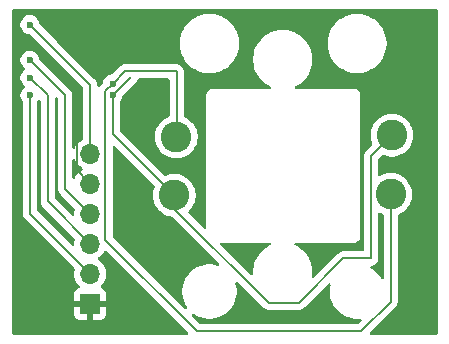
<source format=gbr>
%TF.GenerationSoftware,KiCad,Pcbnew,9.0.1+dfsg-1*%
%TF.CreationDate,2025-04-15T15:49:20+02:00*%
%TF.ProjectId,VCM-addon-pcb,56434d2d-6164-4646-9f6e-2d7063622e6b,rev?*%
%TF.SameCoordinates,Original*%
%TF.FileFunction,Copper,L2,Bot*%
%TF.FilePolarity,Positive*%
%FSLAX46Y46*%
G04 Gerber Fmt 4.6, Leading zero omitted, Abs format (unit mm)*
G04 Created by KiCad (PCBNEW 9.0.1+dfsg-1) date 2025-04-15 15:49:20*
%MOMM*%
%LPD*%
G01*
G04 APERTURE LIST*
%TA.AperFunction,ComponentPad*%
%ADD10R,1.700000X1.700000*%
%TD*%
%TA.AperFunction,ComponentPad*%
%ADD11O,1.700000X1.700000*%
%TD*%
%TA.AperFunction,ViaPad*%
%ADD12C,0.600000*%
%TD*%
%TA.AperFunction,ViaPad*%
%ADD13C,2.600000*%
%TD*%
%TA.AperFunction,Conductor*%
%ADD14C,0.200000*%
%TD*%
G04 APERTURE END LIST*
D10*
%TO.P,.54mm_Haaks,1*%
%TO.N,GNDREF*%
X136600000Y-128140000D03*
D11*
%TO.P,.54mm_Haaks,2*%
%TO.N,PWM_PH*%
X136600000Y-125600000D03*
%TO.P,.54mm_Haaks,3*%
%TO.N,PWM_EN*%
X136600000Y-123060000D03*
%TO.P,.54mm_Haaks,4*%
%TO.N,SLEEP*%
X136600000Y-120520000D03*
%TO.P,.54mm_Haaks,5*%
%TO.N,GNDREF*%
X136600000Y-117980000D03*
%TO.P,.54mm_Haaks,6*%
%TO.N,Net-(U1-VCC)*%
X136600000Y-115440000D03*
%TD*%
D12*
%TO.N,GNDREF*%
X140475000Y-111600000D03*
X141975000Y-109725000D03*
D13*
%TO.N,VCM -*%
X143900000Y-114000000D03*
D12*
%TO.N,Net-(U1-VCC)*%
X131500000Y-104500000D03*
%TO.N,VCM -*%
X138500000Y-109500000D03*
D13*
X162050000Y-118875000D03*
D12*
%TO.N,VCM +*%
X138500000Y-110500000D03*
D13*
X143732114Y-118961986D03*
X162150000Y-113875000D03*
D12*
%TO.N,PWM_EN*%
X131500000Y-109000000D03*
%TO.N,SLEEP*%
X131500000Y-107500000D03*
%TO.N,PWM_PH*%
X131500000Y-110500000D03*
%TO.N,GNDREF*%
X131500000Y-106000000D03*
%TD*%
D14*
%TO.N,VCM -*%
X162050000Y-118875000D02*
X162050000Y-127950000D01*
X162050000Y-127950000D02*
X159550000Y-130450000D01*
X159550000Y-130450000D02*
X145650000Y-130450000D01*
X145650000Y-130450000D02*
X137899000Y-122699000D01*
X137899000Y-122699000D02*
X137899000Y-110101000D01*
X137899000Y-110101000D02*
X138500000Y-109500000D01*
%TO.N,VCM +*%
X158049942Y-124300000D02*
X160375000Y-124300000D01*
X154293085Y-128056857D02*
X158049942Y-124300000D01*
X151706915Y-128056857D02*
X154293085Y-128056857D01*
X143732114Y-120082056D02*
X151706915Y-128056857D01*
X160375000Y-115650000D02*
X162150000Y-113875000D01*
X143732114Y-118961986D02*
X143732114Y-120082056D01*
X160375000Y-124300000D02*
X160375000Y-115650000D01*
X138500000Y-113050000D02*
X138500000Y-110500000D01*
X138500000Y-113729872D02*
X143732114Y-118961986D01*
X138500000Y-113050000D02*
X138500000Y-113729872D01*
%TO.N,VCM -*%
X139550000Y-108450000D02*
X143925000Y-108450000D01*
X138500000Y-109500000D02*
X139550000Y-108450000D01*
X143925000Y-113975000D02*
X143900000Y-114000000D01*
X143925000Y-108450000D02*
X143925000Y-113975000D01*
%TO.N,Net-(U1-VCC)*%
X136600000Y-109600000D02*
X131500000Y-104500000D01*
X136600000Y-115440000D02*
X136600000Y-109600000D01*
%TO.N,VCM +*%
X140099000Y-108901000D02*
X138500000Y-110500000D01*
%TO.N,PWM_EN*%
X136600000Y-123060000D02*
X133000000Y-119460000D01*
X133000000Y-110500000D02*
X131500000Y-109000000D01*
X133000000Y-119460000D02*
X133000000Y-110500000D01*
%TO.N,SLEEP*%
X134500000Y-118420000D02*
X134500000Y-110500000D01*
X134500000Y-110500000D02*
X131500000Y-107500000D01*
X136600000Y-120520000D02*
X134500000Y-118420000D01*
%TO.N,PWM_PH*%
X136600000Y-125600000D02*
X131500000Y-120500000D01*
X131500000Y-120500000D02*
X131500000Y-110500000D01*
%TO.N,GNDREF*%
X131500000Y-106000000D02*
X135449000Y-109949000D01*
X135449000Y-116829000D02*
X136600000Y-117980000D01*
X135449000Y-109949000D02*
X135449000Y-116829000D01*
%TD*%
%TA.AperFunction,Conductor*%
%TO.N,GNDREF*%
G36*
X165967539Y-103220185D02*
G01*
X166013294Y-103272989D01*
X166024500Y-103324500D01*
X166024500Y-130625500D01*
X166004815Y-130692539D01*
X165952011Y-130738294D01*
X165900500Y-130749500D01*
X160399097Y-130749500D01*
X160332058Y-130729815D01*
X160286303Y-130677011D01*
X160276359Y-130607853D01*
X160305384Y-130544297D01*
X160311416Y-130537819D01*
X160486125Y-130363109D01*
X162408506Y-128440727D01*
X162408511Y-128440724D01*
X162418714Y-128430520D01*
X162418716Y-128430520D01*
X162530520Y-128318716D01*
X162594438Y-128208006D01*
X162609577Y-128181785D01*
X162650501Y-128029057D01*
X162650501Y-127870943D01*
X162650501Y-127863348D01*
X162650500Y-127863330D01*
X162650500Y-120657965D01*
X162670185Y-120590926D01*
X162722989Y-120545171D01*
X162727048Y-120543404D01*
X162848037Y-120493289D01*
X162848037Y-120493288D01*
X162848049Y-120493284D01*
X163052450Y-120375273D01*
X163239699Y-120231592D01*
X163406592Y-120064699D01*
X163550273Y-119877450D01*
X163668284Y-119673049D01*
X163758606Y-119454993D01*
X163819693Y-119227014D01*
X163850500Y-118993011D01*
X163850500Y-118756989D01*
X163819693Y-118522986D01*
X163758606Y-118295007D01*
X163668284Y-118076951D01*
X163668282Y-118076948D01*
X163668280Y-118076943D01*
X163600494Y-117959536D01*
X163550273Y-117872550D01*
X163406592Y-117685301D01*
X163406587Y-117685295D01*
X163239704Y-117518412D01*
X163239697Y-117518406D01*
X163052454Y-117374730D01*
X163052453Y-117374729D01*
X163052450Y-117374727D01*
X162970957Y-117327677D01*
X162848056Y-117256719D01*
X162848045Y-117256714D01*
X162629993Y-117166394D01*
X162402010Y-117105306D01*
X162168020Y-117074501D01*
X162168017Y-117074500D01*
X162168011Y-117074500D01*
X161931989Y-117074500D01*
X161931983Y-117074500D01*
X161931979Y-117074501D01*
X161697989Y-117105306D01*
X161470006Y-117166394D01*
X161251954Y-117256714D01*
X161251943Y-117256719D01*
X161161500Y-117308937D01*
X161093600Y-117325410D01*
X161027573Y-117302557D01*
X160984382Y-117247636D01*
X160975500Y-117201550D01*
X160975500Y-115950096D01*
X160995185Y-115883057D01*
X161011815Y-115862419D01*
X161313870Y-115560363D01*
X161375193Y-115526879D01*
X161444885Y-115531863D01*
X161448992Y-115533479D01*
X161570007Y-115583606D01*
X161797986Y-115644693D01*
X162031989Y-115675500D01*
X162031996Y-115675500D01*
X162268004Y-115675500D01*
X162268011Y-115675500D01*
X162502014Y-115644693D01*
X162729993Y-115583606D01*
X162948049Y-115493284D01*
X163152450Y-115375273D01*
X163339699Y-115231592D01*
X163506592Y-115064699D01*
X163650273Y-114877450D01*
X163768284Y-114673049D01*
X163858606Y-114454993D01*
X163919693Y-114227014D01*
X163950500Y-113993011D01*
X163950500Y-113756989D01*
X163919693Y-113522986D01*
X163858606Y-113295007D01*
X163768284Y-113076951D01*
X163768282Y-113076948D01*
X163768280Y-113076943D01*
X163707080Y-112970943D01*
X163650273Y-112872550D01*
X163506592Y-112685301D01*
X163506587Y-112685295D01*
X163339704Y-112518412D01*
X163339697Y-112518406D01*
X163152454Y-112374730D01*
X163152453Y-112374729D01*
X163152450Y-112374727D01*
X163056746Y-112319472D01*
X162948056Y-112256719D01*
X162948045Y-112256714D01*
X162729993Y-112166394D01*
X162502010Y-112105306D01*
X162268020Y-112074501D01*
X162268017Y-112074500D01*
X162268011Y-112074500D01*
X162031989Y-112074500D01*
X162031983Y-112074500D01*
X162031979Y-112074501D01*
X161797989Y-112105306D01*
X161570006Y-112166394D01*
X161351954Y-112256714D01*
X161351943Y-112256719D01*
X161147545Y-112374730D01*
X160960302Y-112518406D01*
X160960295Y-112518412D01*
X160793412Y-112685295D01*
X160793406Y-112685302D01*
X160649730Y-112872545D01*
X160531719Y-113076943D01*
X160531714Y-113076954D01*
X160441394Y-113295006D01*
X160380306Y-113522989D01*
X160349501Y-113756979D01*
X160349500Y-113756995D01*
X160349500Y-113993004D01*
X160349501Y-113993020D01*
X160380306Y-114227010D01*
X160441394Y-114454993D01*
X160491515Y-114575994D01*
X160498984Y-114645463D01*
X160467709Y-114707943D01*
X160464635Y-114711128D01*
X160006286Y-115169478D01*
X159894481Y-115281282D01*
X159894477Y-115281287D01*
X159864210Y-115333713D01*
X159851001Y-115356592D01*
X159815423Y-115418215D01*
X159774499Y-115570943D01*
X159774499Y-115570945D01*
X159774499Y-115739046D01*
X159774500Y-115739059D01*
X159774500Y-123575500D01*
X159754815Y-123642539D01*
X159702011Y-123688294D01*
X159650500Y-123699500D01*
X157970885Y-123699500D01*
X157818157Y-123740423D01*
X157818154Y-123740424D01*
X157770711Y-123767816D01*
X157681229Y-123819477D01*
X157681224Y-123819481D01*
X157569420Y-123931286D01*
X155591362Y-125909343D01*
X155530039Y-125942828D01*
X155460347Y-125937844D01*
X155404414Y-125895972D01*
X155379997Y-125830508D01*
X155380461Y-125807778D01*
X155380830Y-125804506D01*
X155404291Y-125596282D01*
X155404291Y-125315432D01*
X155380672Y-125105806D01*
X155372848Y-125036362D01*
X155372845Y-125036344D01*
X155310351Y-124762539D01*
X155310347Y-124762527D01*
X155285302Y-124690953D01*
X155217592Y-124497449D01*
X155095736Y-124244412D01*
X154946314Y-124006609D01*
X154771207Y-123787032D01*
X154572616Y-123588441D01*
X154353039Y-123413334D01*
X154115236Y-123263912D01*
X154115237Y-123263912D01*
X154115230Y-123263908D01*
X153953908Y-123186220D01*
X153902048Y-123139398D01*
X153883735Y-123071971D01*
X153904783Y-123005347D01*
X153958509Y-122960678D01*
X154007709Y-122950500D01*
X159015890Y-122950500D01*
X159015892Y-122950500D01*
X159143186Y-122916392D01*
X159257314Y-122850500D01*
X159350500Y-122757314D01*
X159416392Y-122643186D01*
X159450500Y-122515892D01*
X159450500Y-110384108D01*
X159416392Y-110256814D01*
X159350500Y-110142686D01*
X159257314Y-110049500D01*
X159153757Y-109989711D01*
X159143187Y-109983608D01*
X159079539Y-109966554D01*
X159015892Y-109949500D01*
X159015891Y-109949500D01*
X154032034Y-109949500D01*
X153964995Y-109929815D01*
X153919240Y-109877011D01*
X153909296Y-109807853D01*
X153938321Y-109744297D01*
X153978232Y-109713780D01*
X154056782Y-109675952D01*
X154115236Y-109647802D01*
X154353039Y-109498380D01*
X154572616Y-109323273D01*
X154771207Y-109124682D01*
X154946314Y-108905105D01*
X155095736Y-108667302D01*
X155217592Y-108414265D01*
X155310351Y-108149175D01*
X155372846Y-107875366D01*
X155375761Y-107849500D01*
X155404290Y-107596288D01*
X155404291Y-107596284D01*
X155404291Y-107315429D01*
X155404290Y-107315425D01*
X155398777Y-107266498D01*
X155393809Y-107222404D01*
X155372848Y-107036362D01*
X155372845Y-107036344D01*
X155362200Y-106989707D01*
X155310351Y-106762539D01*
X155299057Y-106730264D01*
X155279312Y-106673834D01*
X155217592Y-106497449D01*
X155095736Y-106244412D01*
X154956028Y-106022068D01*
X154956027Y-106022066D01*
X154946316Y-106006612D01*
X154946315Y-106006611D01*
X154946314Y-106006609D01*
X154908800Y-105959568D01*
X156699500Y-105959568D01*
X156699500Y-106240431D01*
X156730942Y-106519494D01*
X156730945Y-106519512D01*
X156793439Y-106793317D01*
X156793443Y-106793329D01*
X156886200Y-107058411D01*
X157008053Y-107311442D01*
X157008055Y-107311445D01*
X157157477Y-107549248D01*
X157332584Y-107768825D01*
X157531175Y-107967416D01*
X157750752Y-108142523D01*
X157988555Y-108291945D01*
X158241592Y-108413801D01*
X158440680Y-108483465D01*
X158506670Y-108506556D01*
X158506682Y-108506560D01*
X158780491Y-108569055D01*
X158780497Y-108569055D01*
X158780505Y-108569057D01*
X158966547Y-108590018D01*
X159059569Y-108600499D01*
X159059572Y-108600500D01*
X159059575Y-108600500D01*
X159340428Y-108600500D01*
X159340429Y-108600499D01*
X159483055Y-108584429D01*
X159619494Y-108569057D01*
X159619499Y-108569056D01*
X159619509Y-108569055D01*
X159893318Y-108506560D01*
X160158408Y-108413801D01*
X160411445Y-108291945D01*
X160649248Y-108142523D01*
X160868825Y-107967416D01*
X161067416Y-107768825D01*
X161242523Y-107549248D01*
X161391945Y-107311445D01*
X161513801Y-107058408D01*
X161606560Y-106793318D01*
X161669055Y-106519509D01*
X161700500Y-106240425D01*
X161700500Y-105959575D01*
X161669055Y-105680491D01*
X161606560Y-105406682D01*
X161513801Y-105141592D01*
X161391945Y-104888555D01*
X161242523Y-104650752D01*
X161067416Y-104431175D01*
X160868825Y-104232584D01*
X160649248Y-104057477D01*
X160411445Y-103908055D01*
X160411442Y-103908053D01*
X160158411Y-103786200D01*
X159893329Y-103693443D01*
X159893317Y-103693439D01*
X159619512Y-103630945D01*
X159619494Y-103630942D01*
X159340431Y-103599500D01*
X159340425Y-103599500D01*
X159059575Y-103599500D01*
X159059568Y-103599500D01*
X158780505Y-103630942D01*
X158780487Y-103630945D01*
X158506682Y-103693439D01*
X158506670Y-103693443D01*
X158241588Y-103786200D01*
X157988557Y-103908053D01*
X157750753Y-104057476D01*
X157531175Y-104232583D01*
X157332583Y-104431175D01*
X157157476Y-104650753D01*
X157008053Y-104888557D01*
X156886200Y-105141588D01*
X156793443Y-105406670D01*
X156793439Y-105406682D01*
X156730945Y-105680487D01*
X156730942Y-105680505D01*
X156699500Y-105959568D01*
X154908800Y-105959568D01*
X154771207Y-105787032D01*
X154572616Y-105588441D01*
X154353039Y-105413334D01*
X154124508Y-105269738D01*
X154115233Y-105263910D01*
X153862202Y-105142057D01*
X153597120Y-105049300D01*
X153597108Y-105049296D01*
X153323303Y-104986802D01*
X153323285Y-104986799D01*
X153044222Y-104955357D01*
X153044216Y-104955357D01*
X152763366Y-104955357D01*
X152763359Y-104955357D01*
X152484296Y-104986799D01*
X152484278Y-104986802D01*
X152210473Y-105049296D01*
X152210461Y-105049300D01*
X151945379Y-105142057D01*
X151692348Y-105263910D01*
X151454544Y-105413333D01*
X151234966Y-105588440D01*
X151036374Y-105787032D01*
X150861267Y-106006610D01*
X150711844Y-106244414D01*
X150589991Y-106497445D01*
X150497234Y-106762527D01*
X150497230Y-106762539D01*
X150434736Y-107036344D01*
X150434733Y-107036362D01*
X150403291Y-107315425D01*
X150403291Y-107596288D01*
X150434733Y-107875351D01*
X150434736Y-107875369D01*
X150497230Y-108149174D01*
X150497234Y-108149186D01*
X150589991Y-108414268D01*
X150711844Y-108667299D01*
X150711846Y-108667302D01*
X150861268Y-108905105D01*
X150868303Y-108913926D01*
X151032226Y-109119480D01*
X151036375Y-109124682D01*
X151234966Y-109323273D01*
X151454543Y-109498380D01*
X151692346Y-109647802D01*
X151692348Y-109647803D01*
X151829350Y-109713780D01*
X151881209Y-109760602D01*
X151899522Y-109828029D01*
X151878474Y-109894653D01*
X151824748Y-109939322D01*
X151775548Y-109949500D01*
X146884108Y-109949500D01*
X146756812Y-109983608D01*
X146642686Y-110049500D01*
X146642683Y-110049502D01*
X146549502Y-110142683D01*
X146549500Y-110142686D01*
X146483608Y-110256812D01*
X146449500Y-110384108D01*
X146449500Y-121650844D01*
X146429815Y-121717883D01*
X146377011Y-121763638D01*
X146307853Y-121773582D01*
X146244297Y-121744557D01*
X146237819Y-121738525D01*
X144957523Y-120458230D01*
X144924038Y-120396907D01*
X144929022Y-120327215D01*
X144957521Y-120282869D01*
X145088706Y-120151685D01*
X145232387Y-119964436D01*
X145350398Y-119760035D01*
X145440720Y-119541979D01*
X145501807Y-119314000D01*
X145532614Y-119079997D01*
X145532614Y-118843975D01*
X145501807Y-118609972D01*
X145440720Y-118381993D01*
X145350398Y-118163937D01*
X145350396Y-118163934D01*
X145350394Y-118163929D01*
X145300178Y-118076954D01*
X145232387Y-117959536D01*
X145088706Y-117772287D01*
X145088701Y-117772281D01*
X144921818Y-117605398D01*
X144921811Y-117605392D01*
X144734568Y-117461716D01*
X144734567Y-117461715D01*
X144734564Y-117461713D01*
X144653071Y-117414663D01*
X144530170Y-117343705D01*
X144530159Y-117343700D01*
X144312107Y-117253380D01*
X144084124Y-117192292D01*
X143850134Y-117161487D01*
X143850131Y-117161486D01*
X143850125Y-117161486D01*
X143614103Y-117161486D01*
X143614097Y-117161486D01*
X143614093Y-117161487D01*
X143380103Y-117192292D01*
X143152113Y-117253382D01*
X143031117Y-117303500D01*
X142961648Y-117310969D01*
X142899169Y-117279693D01*
X142895984Y-117276620D01*
X139136819Y-113517455D01*
X139103334Y-113456132D01*
X139100500Y-113429774D01*
X139100500Y-111079765D01*
X139120185Y-111012726D01*
X139121398Y-111010874D01*
X139209390Y-110879185D01*
X139209390Y-110879184D01*
X139209394Y-110879179D01*
X139269737Y-110733497D01*
X139291048Y-110626359D01*
X139300638Y-110578150D01*
X139333023Y-110516239D01*
X139334518Y-110514716D01*
X140579519Y-109269716D01*
X140658576Y-109132785D01*
X140658576Y-109132782D01*
X140658578Y-109132780D01*
X140660953Y-109127048D01*
X140704793Y-109072644D01*
X140771087Y-109050579D01*
X140775514Y-109050500D01*
X143200500Y-109050500D01*
X143267539Y-109070185D01*
X143313294Y-109122989D01*
X143324500Y-109174500D01*
X143324500Y-112206678D01*
X143304815Y-112273717D01*
X143252011Y-112319472D01*
X143247953Y-112321239D01*
X143101955Y-112381713D01*
X143101943Y-112381719D01*
X142897545Y-112499730D01*
X142710302Y-112643406D01*
X142710295Y-112643412D01*
X142543412Y-112810295D01*
X142543406Y-112810302D01*
X142399730Y-112997545D01*
X142281719Y-113201943D01*
X142281714Y-113201954D01*
X142191394Y-113420006D01*
X142130306Y-113647989D01*
X142099501Y-113881979D01*
X142099500Y-113881995D01*
X142099500Y-114118004D01*
X142099501Y-114118020D01*
X142121477Y-114284949D01*
X142130307Y-114352014D01*
X142157900Y-114454993D01*
X142191394Y-114579993D01*
X142281714Y-114798045D01*
X142281719Y-114798056D01*
X142341601Y-114901773D01*
X142399727Y-115002450D01*
X142399729Y-115002453D01*
X142399730Y-115002454D01*
X142543406Y-115189697D01*
X142543412Y-115189704D01*
X142710295Y-115356587D01*
X142710302Y-115356593D01*
X142790607Y-115418213D01*
X142897550Y-115500273D01*
X143028918Y-115576118D01*
X143101943Y-115618280D01*
X143101948Y-115618282D01*
X143101951Y-115618284D01*
X143320007Y-115708606D01*
X143547986Y-115769693D01*
X143781989Y-115800500D01*
X143781996Y-115800500D01*
X144018004Y-115800500D01*
X144018011Y-115800500D01*
X144252014Y-115769693D01*
X144479993Y-115708606D01*
X144698049Y-115618284D01*
X144902450Y-115500273D01*
X145089699Y-115356592D01*
X145256592Y-115189699D01*
X145400273Y-115002450D01*
X145518284Y-114798049D01*
X145608606Y-114579993D01*
X145669693Y-114352014D01*
X145700500Y-114118011D01*
X145700500Y-113881989D01*
X145669693Y-113647986D01*
X145608606Y-113420007D01*
X145518284Y-113201951D01*
X145518282Y-113201948D01*
X145518280Y-113201943D01*
X145476118Y-113128918D01*
X145400273Y-112997550D01*
X145304357Y-112872550D01*
X145256593Y-112810302D01*
X145256587Y-112810295D01*
X145089704Y-112643412D01*
X145089697Y-112643406D01*
X144902454Y-112499730D01*
X144902453Y-112499729D01*
X144902450Y-112499727D01*
X144806043Y-112444066D01*
X144698059Y-112381721D01*
X144698054Y-112381719D01*
X144698049Y-112381716D01*
X144602045Y-112341949D01*
X144547643Y-112298108D01*
X144525579Y-112231813D01*
X144525500Y-112227389D01*
X144525500Y-108370945D01*
X144525500Y-108370943D01*
X144484577Y-108218216D01*
X144440876Y-108142523D01*
X144405524Y-108081290D01*
X144405518Y-108081282D01*
X144293717Y-107969481D01*
X144293709Y-107969475D01*
X144156790Y-107890426D01*
X144156786Y-107890424D01*
X144156784Y-107890423D01*
X144004057Y-107849500D01*
X139629057Y-107849500D01*
X139470942Y-107849500D01*
X139318215Y-107890423D01*
X139318214Y-107890423D01*
X139318212Y-107890424D01*
X139318209Y-107890425D01*
X139276221Y-107914668D01*
X139276219Y-107914669D01*
X139181290Y-107969475D01*
X139181282Y-107969481D01*
X138485339Y-108665425D01*
X138424016Y-108698910D01*
X138421850Y-108699361D01*
X138266508Y-108730261D01*
X138266498Y-108730264D01*
X138120827Y-108790602D01*
X138120814Y-108790609D01*
X137989711Y-108878210D01*
X137989707Y-108878213D01*
X137878213Y-108989707D01*
X137878210Y-108989711D01*
X137790609Y-109120814D01*
X137790602Y-109120827D01*
X137730264Y-109266498D01*
X137730261Y-109266508D01*
X137699361Y-109421849D01*
X137690595Y-109438606D01*
X137686576Y-109457083D01*
X137667831Y-109482124D01*
X137666976Y-109483760D01*
X137665426Y-109485338D01*
X137605421Y-109545343D01*
X137530286Y-109620478D01*
X137530285Y-109620478D01*
X137530284Y-109620479D01*
X137412733Y-109738031D01*
X137410384Y-109735682D01*
X137366418Y-109767769D01*
X137296671Y-109771906D01*
X137235759Y-109737678D01*
X137203022Y-109675952D01*
X137200500Y-109651069D01*
X137200500Y-109520945D01*
X137200500Y-109520943D01*
X137159577Y-109368216D01*
X137159577Y-109368215D01*
X137124885Y-109308127D01*
X137080520Y-109231284D01*
X136968716Y-109119480D01*
X136968715Y-109119479D01*
X136964385Y-109115149D01*
X136964374Y-109115139D01*
X133808803Y-105959568D01*
X144199500Y-105959568D01*
X144199500Y-106240431D01*
X144230942Y-106519494D01*
X144230945Y-106519512D01*
X144293439Y-106793317D01*
X144293443Y-106793329D01*
X144386200Y-107058411D01*
X144508053Y-107311442D01*
X144508055Y-107311445D01*
X144657477Y-107549248D01*
X144832584Y-107768825D01*
X145031175Y-107967416D01*
X145250752Y-108142523D01*
X145488555Y-108291945D01*
X145741592Y-108413801D01*
X145940680Y-108483465D01*
X146006670Y-108506556D01*
X146006682Y-108506560D01*
X146280491Y-108569055D01*
X146280497Y-108569055D01*
X146280505Y-108569057D01*
X146466547Y-108590018D01*
X146559569Y-108600499D01*
X146559572Y-108600500D01*
X146559575Y-108600500D01*
X146840428Y-108600500D01*
X146840429Y-108600499D01*
X146983055Y-108584429D01*
X147119494Y-108569057D01*
X147119499Y-108569056D01*
X147119509Y-108569055D01*
X147393318Y-108506560D01*
X147658408Y-108413801D01*
X147911445Y-108291945D01*
X148149248Y-108142523D01*
X148368825Y-107967416D01*
X148567416Y-107768825D01*
X148742523Y-107549248D01*
X148891945Y-107311445D01*
X149013801Y-107058408D01*
X149106560Y-106793318D01*
X149169055Y-106519509D01*
X149200500Y-106240425D01*
X149200500Y-105959575D01*
X149169055Y-105680491D01*
X149106560Y-105406682D01*
X149013801Y-105141592D01*
X148891945Y-104888555D01*
X148742523Y-104650752D01*
X148567416Y-104431175D01*
X148368825Y-104232584D01*
X148149248Y-104057477D01*
X147911445Y-103908055D01*
X147911442Y-103908053D01*
X147658411Y-103786200D01*
X147393329Y-103693443D01*
X147393317Y-103693439D01*
X147119512Y-103630945D01*
X147119494Y-103630942D01*
X146840431Y-103599500D01*
X146840425Y-103599500D01*
X146559575Y-103599500D01*
X146559568Y-103599500D01*
X146280505Y-103630942D01*
X146280487Y-103630945D01*
X146006682Y-103693439D01*
X146006670Y-103693443D01*
X145741588Y-103786200D01*
X145488557Y-103908053D01*
X145250753Y-104057476D01*
X145031175Y-104232583D01*
X144832583Y-104431175D01*
X144657476Y-104650753D01*
X144508053Y-104888557D01*
X144386200Y-105141588D01*
X144293443Y-105406670D01*
X144293439Y-105406682D01*
X144230945Y-105680487D01*
X144230942Y-105680505D01*
X144199500Y-105959568D01*
X133808803Y-105959568D01*
X132334574Y-104485339D01*
X132301089Y-104424016D01*
X132300638Y-104421849D01*
X132269738Y-104266510D01*
X132269737Y-104266503D01*
X132269735Y-104266498D01*
X132209397Y-104120827D01*
X132209390Y-104120814D01*
X132121789Y-103989711D01*
X132121786Y-103989707D01*
X132010292Y-103878213D01*
X132010288Y-103878210D01*
X131879185Y-103790609D01*
X131879172Y-103790602D01*
X131733501Y-103730264D01*
X131733489Y-103730261D01*
X131578845Y-103699500D01*
X131578842Y-103699500D01*
X131421158Y-103699500D01*
X131421155Y-103699500D01*
X131266510Y-103730261D01*
X131266498Y-103730264D01*
X131120827Y-103790602D01*
X131120814Y-103790609D01*
X130989711Y-103878210D01*
X130989707Y-103878213D01*
X130878213Y-103989707D01*
X130878210Y-103989711D01*
X130790609Y-104120814D01*
X130790602Y-104120827D01*
X130730264Y-104266498D01*
X130730261Y-104266510D01*
X130699500Y-104421153D01*
X130699500Y-104578846D01*
X130730261Y-104733489D01*
X130730264Y-104733501D01*
X130790602Y-104879172D01*
X130790609Y-104879185D01*
X130878210Y-105010288D01*
X130878213Y-105010292D01*
X130989707Y-105121786D01*
X130989711Y-105121789D01*
X131120814Y-105209390D01*
X131120827Y-105209397D01*
X131252435Y-105263910D01*
X131266503Y-105269737D01*
X131331147Y-105282595D01*
X131421849Y-105300638D01*
X131483760Y-105333023D01*
X131485339Y-105334574D01*
X135963181Y-109812416D01*
X135996666Y-109873739D01*
X135999500Y-109900097D01*
X135999500Y-114154281D01*
X135979815Y-114221320D01*
X135931795Y-114264765D01*
X135892185Y-114284947D01*
X135892184Y-114284948D01*
X135720213Y-114409890D01*
X135569890Y-114560213D01*
X135444951Y-114732179D01*
X135348445Y-114921582D01*
X135348443Y-114921587D01*
X135348443Y-114921588D01*
X135342429Y-114940094D01*
X135302992Y-114997768D01*
X135238633Y-115024965D01*
X135169787Y-115013050D01*
X135118312Y-114965805D01*
X135100500Y-114901773D01*
X135100500Y-110589060D01*
X135100501Y-110589047D01*
X135100501Y-110420944D01*
X135059576Y-110268214D01*
X135059573Y-110268209D01*
X134980524Y-110131290D01*
X134980518Y-110131282D01*
X132334573Y-107485337D01*
X132301088Y-107424014D01*
X132300637Y-107421847D01*
X132300499Y-107421153D01*
X132269737Y-107266503D01*
X132258854Y-107240229D01*
X132209397Y-107120827D01*
X132209390Y-107120814D01*
X132121789Y-106989711D01*
X132121786Y-106989707D01*
X132010292Y-106878213D01*
X132010288Y-106878210D01*
X131879185Y-106790609D01*
X131879172Y-106790602D01*
X131733501Y-106730264D01*
X131733489Y-106730261D01*
X131578845Y-106699500D01*
X131578842Y-106699500D01*
X131421158Y-106699500D01*
X131421155Y-106699500D01*
X131266510Y-106730261D01*
X131266498Y-106730264D01*
X131120827Y-106790602D01*
X131120814Y-106790609D01*
X130989711Y-106878210D01*
X130989707Y-106878213D01*
X130878213Y-106989707D01*
X130878210Y-106989711D01*
X130790609Y-107120814D01*
X130790602Y-107120827D01*
X130730264Y-107266498D01*
X130730261Y-107266510D01*
X130699500Y-107421153D01*
X130699500Y-107578846D01*
X130730261Y-107733489D01*
X130730264Y-107733501D01*
X130790602Y-107879172D01*
X130790609Y-107879185D01*
X130878210Y-108010288D01*
X130878213Y-108010292D01*
X130989707Y-108121786D01*
X131027289Y-108146898D01*
X131072093Y-108200511D01*
X131080800Y-108269836D01*
X131050645Y-108332863D01*
X131027289Y-108353102D01*
X130989707Y-108378213D01*
X130878213Y-108489707D01*
X130878210Y-108489711D01*
X130790609Y-108620814D01*
X130790602Y-108620827D01*
X130730264Y-108766498D01*
X130730261Y-108766510D01*
X130699500Y-108921153D01*
X130699500Y-109078846D01*
X130730261Y-109233489D01*
X130730264Y-109233501D01*
X130790602Y-109379172D01*
X130790609Y-109379185D01*
X130878210Y-109510288D01*
X130878213Y-109510292D01*
X130989707Y-109621786D01*
X131027289Y-109646898D01*
X131072093Y-109700511D01*
X131080800Y-109769836D01*
X131050645Y-109832863D01*
X131027289Y-109853102D01*
X130989707Y-109878213D01*
X130878213Y-109989707D01*
X130878210Y-109989711D01*
X130790609Y-110120814D01*
X130790602Y-110120827D01*
X130730264Y-110266498D01*
X130730261Y-110266510D01*
X130699500Y-110421153D01*
X130699500Y-110578846D01*
X130730261Y-110733489D01*
X130730264Y-110733501D01*
X130790602Y-110879172D01*
X130790609Y-110879185D01*
X130878602Y-111010874D01*
X130899480Y-111077551D01*
X130899500Y-111079765D01*
X130899500Y-120413330D01*
X130899499Y-120413348D01*
X130899499Y-120579054D01*
X130899498Y-120579054D01*
X130899499Y-120579057D01*
X130940423Y-120731785D01*
X130953702Y-120754785D01*
X130969358Y-120781900D01*
X130969359Y-120781904D01*
X130969360Y-120781904D01*
X131019479Y-120868714D01*
X131019481Y-120868717D01*
X131138349Y-120987585D01*
X131138355Y-120987590D01*
X135266241Y-125115476D01*
X135299726Y-125176799D01*
X135296492Y-125241473D01*
X135282753Y-125283757D01*
X135249500Y-125493713D01*
X135249500Y-125706286D01*
X135276279Y-125875366D01*
X135282754Y-125916243D01*
X135288027Y-125932473D01*
X135348444Y-126118414D01*
X135444951Y-126307820D01*
X135569890Y-126479786D01*
X135683818Y-126593714D01*
X135717303Y-126655037D01*
X135712319Y-126724729D01*
X135670447Y-126780662D01*
X135639471Y-126797577D01*
X135507912Y-126846646D01*
X135507906Y-126846649D01*
X135392812Y-126932809D01*
X135392809Y-126932812D01*
X135306649Y-127047906D01*
X135306645Y-127047913D01*
X135256403Y-127182620D01*
X135256401Y-127182627D01*
X135250000Y-127242155D01*
X135250000Y-127890000D01*
X136166988Y-127890000D01*
X136134075Y-127947007D01*
X136100000Y-128074174D01*
X136100000Y-128205826D01*
X136134075Y-128332993D01*
X136166988Y-128390000D01*
X135250000Y-128390000D01*
X135250000Y-129037844D01*
X135256401Y-129097372D01*
X135256403Y-129097379D01*
X135306645Y-129232086D01*
X135306649Y-129232093D01*
X135392809Y-129347187D01*
X135392812Y-129347190D01*
X135507906Y-129433350D01*
X135507913Y-129433354D01*
X135642620Y-129483596D01*
X135642627Y-129483598D01*
X135702155Y-129489999D01*
X135702172Y-129490000D01*
X136350000Y-129490000D01*
X136350000Y-128573012D01*
X136407007Y-128605925D01*
X136534174Y-128640000D01*
X136665826Y-128640000D01*
X136792993Y-128605925D01*
X136850000Y-128573012D01*
X136850000Y-129490000D01*
X137497828Y-129490000D01*
X137497844Y-129489999D01*
X137557372Y-129483598D01*
X137557379Y-129483596D01*
X137692086Y-129433354D01*
X137692093Y-129433350D01*
X137807187Y-129347190D01*
X137807190Y-129347187D01*
X137893350Y-129232093D01*
X137893354Y-129232086D01*
X137943596Y-129097379D01*
X137943598Y-129097372D01*
X137949999Y-129037844D01*
X137950000Y-129037827D01*
X137950000Y-128390000D01*
X137033012Y-128390000D01*
X137065925Y-128332993D01*
X137100000Y-128205826D01*
X137100000Y-128074174D01*
X137065925Y-127947007D01*
X137033012Y-127890000D01*
X137950000Y-127890000D01*
X137950000Y-127242172D01*
X137949999Y-127242155D01*
X137943598Y-127182627D01*
X137943596Y-127182620D01*
X137893354Y-127047913D01*
X137893350Y-127047906D01*
X137807190Y-126932812D01*
X137807187Y-126932809D01*
X137692093Y-126846649D01*
X137692088Y-126846646D01*
X137560528Y-126797577D01*
X137504595Y-126755705D01*
X137480178Y-126690241D01*
X137495030Y-126621968D01*
X137516175Y-126593720D01*
X137630104Y-126479792D01*
X137755051Y-126307816D01*
X137851557Y-126118412D01*
X137917246Y-125916243D01*
X137950500Y-125706287D01*
X137950500Y-125493713D01*
X137917246Y-125283757D01*
X137851557Y-125081588D01*
X137755051Y-124892184D01*
X137755049Y-124892181D01*
X137755048Y-124892179D01*
X137630109Y-124720213D01*
X137479786Y-124569890D01*
X137307820Y-124444951D01*
X137307115Y-124444591D01*
X137299054Y-124440485D01*
X137248259Y-124392512D01*
X137231463Y-124324692D01*
X137253999Y-124258556D01*
X137299054Y-124219515D01*
X137307816Y-124215051D01*
X137359745Y-124177323D01*
X137479786Y-124090109D01*
X137479788Y-124090106D01*
X137479792Y-124090104D01*
X137630104Y-123939792D01*
X137630106Y-123939788D01*
X137630109Y-123939786D01*
X137755050Y-123767817D01*
X137755051Y-123767816D01*
X137800274Y-123679059D01*
X137848246Y-123628265D01*
X137916067Y-123611469D01*
X137982202Y-123634006D01*
X137998439Y-123647674D01*
X144888584Y-130537819D01*
X144922069Y-130599142D01*
X144917085Y-130668834D01*
X144875213Y-130724767D01*
X144809749Y-130749184D01*
X144800903Y-130749500D01*
X130099500Y-130749500D01*
X130032461Y-130729815D01*
X129986706Y-130677011D01*
X129975500Y-130625500D01*
X129975500Y-103324500D01*
X129995185Y-103257461D01*
X130047989Y-103211706D01*
X130099500Y-103200500D01*
X165900500Y-103200500D01*
X165967539Y-103220185D01*
G37*
%TD.AperFunction*%
%TA.AperFunction,Conductor*%
G36*
X135305703Y-115884513D02*
G01*
X135342431Y-115939908D01*
X135348444Y-115958414D01*
X135444951Y-116147820D01*
X135569890Y-116319786D01*
X135720213Y-116470109D01*
X135892179Y-116595048D01*
X135892181Y-116595049D01*
X135892184Y-116595051D01*
X135901493Y-116599794D01*
X135952290Y-116647766D01*
X135969087Y-116715587D01*
X135946552Y-116781722D01*
X135901502Y-116820762D01*
X135892443Y-116825378D01*
X135720540Y-116950272D01*
X135720535Y-116950276D01*
X135570276Y-117100535D01*
X135570272Y-117100540D01*
X135445379Y-117272442D01*
X135348904Y-117461782D01*
X135342431Y-117481706D01*
X135302994Y-117539381D01*
X135238635Y-117566580D01*
X135169789Y-117554665D01*
X135118313Y-117507421D01*
X135100500Y-117443388D01*
X135100500Y-115978226D01*
X135120185Y-115911187D01*
X135172989Y-115865432D01*
X135242147Y-115855488D01*
X135305703Y-115884513D01*
G37*
%TD.AperFunction*%
%TD*%
%TA.AperFunction,NonConductor*%
G36*
X133805703Y-110655384D02*
G01*
X133812181Y-110661416D01*
X133863181Y-110712416D01*
X133896666Y-110773739D01*
X133899500Y-110800097D01*
X133899500Y-118333330D01*
X133899499Y-118333348D01*
X133899499Y-118499054D01*
X133899498Y-118499054D01*
X133940423Y-118651785D01*
X133969358Y-118701900D01*
X133969359Y-118701904D01*
X133969360Y-118701904D01*
X134019479Y-118788714D01*
X134019481Y-118788717D01*
X134138349Y-118907585D01*
X134138355Y-118907590D01*
X135266241Y-120035476D01*
X135299726Y-120096799D01*
X135296492Y-120161473D01*
X135282753Y-120203757D01*
X135249500Y-120413713D01*
X135249500Y-120560903D01*
X135229815Y-120627942D01*
X135177011Y-120673697D01*
X135107853Y-120683641D01*
X135044297Y-120654616D01*
X135037819Y-120648584D01*
X133636819Y-119247584D01*
X133603334Y-119186261D01*
X133600500Y-119159903D01*
X133600500Y-110749097D01*
X133620185Y-110682058D01*
X133672989Y-110636303D01*
X133742147Y-110626359D01*
X133805703Y-110655384D01*
G37*
%TD.AperFunction*%
%TA.AperFunction,NonConductor*%
G36*
X132358363Y-110911191D02*
G01*
X132395082Y-110970634D01*
X132399500Y-111003439D01*
X132399500Y-119373330D01*
X132399499Y-119373348D01*
X132399499Y-119539054D01*
X132399498Y-119539054D01*
X132399499Y-119539057D01*
X132440423Y-119691785D01*
X132440424Y-119691786D01*
X132452865Y-119713337D01*
X132452868Y-119713340D01*
X132519477Y-119828712D01*
X132519481Y-119828717D01*
X132638349Y-119947585D01*
X132638355Y-119947590D01*
X135266241Y-122575476D01*
X135299726Y-122636799D01*
X135296492Y-122701473D01*
X135282753Y-122743757D01*
X135249500Y-122953713D01*
X135249500Y-123100903D01*
X135229815Y-123167942D01*
X135177011Y-123213697D01*
X135107853Y-123223641D01*
X135044297Y-123194616D01*
X135037819Y-123188584D01*
X132136819Y-120287584D01*
X132103334Y-120226261D01*
X132100500Y-120199903D01*
X132100500Y-111079765D01*
X132105828Y-111061619D01*
X132106166Y-111042711D01*
X132119665Y-111014495D01*
X132120185Y-111012726D01*
X132121398Y-111010874D01*
X132172398Y-110934548D01*
X132226011Y-110889743D01*
X132295336Y-110881036D01*
X132358363Y-110911191D01*
G37*
%TD.AperFunction*%
%TA.AperFunction,NonConductor*%
G36*
X151866912Y-122970185D02*
G01*
X151912667Y-123022989D01*
X151922611Y-123092147D01*
X151893586Y-123155703D01*
X151853674Y-123186220D01*
X151692351Y-123263908D01*
X151454544Y-123413333D01*
X151234966Y-123588440D01*
X151036374Y-123787032D01*
X150861267Y-124006610D01*
X150711844Y-124244414D01*
X150589991Y-124497445D01*
X150497234Y-124762527D01*
X150497230Y-124762539D01*
X150434736Y-125036344D01*
X150434733Y-125036362D01*
X150403291Y-125315425D01*
X150403291Y-125596296D01*
X150403386Y-125597994D01*
X150403291Y-125598400D01*
X150403291Y-125599761D01*
X150402973Y-125599761D01*
X150387479Y-125666029D01*
X150337315Y-125714663D01*
X150268820Y-125728456D01*
X150203742Y-125703029D01*
X150191899Y-125692605D01*
X147661474Y-123162181D01*
X147627989Y-123100858D01*
X147632973Y-123031166D01*
X147674845Y-122975233D01*
X147740309Y-122950816D01*
X147749155Y-122950500D01*
X151799873Y-122950500D01*
X151866912Y-122970185D01*
G37*
%TD.AperFunction*%
%TA.AperFunction,NonConductor*%
G36*
X161124220Y-120428159D02*
G01*
X161128734Y-120427944D01*
X161161499Y-120441061D01*
X161251951Y-120493284D01*
X161251956Y-120493286D01*
X161251962Y-120493289D01*
X161372952Y-120543404D01*
X161427356Y-120587244D01*
X161449421Y-120653538D01*
X161449500Y-120657965D01*
X161449500Y-125932473D01*
X161429815Y-125999512D01*
X161377011Y-126045267D01*
X161307853Y-126055211D01*
X161244297Y-126026186D01*
X161218113Y-125994473D01*
X161116900Y-125819168D01*
X160933320Y-125579921D01*
X160933314Y-125579914D01*
X160720085Y-125366685D01*
X160720078Y-125366679D01*
X160480831Y-125183099D01*
X160392129Y-125131887D01*
X160343913Y-125081320D01*
X160330690Y-125012713D01*
X160356658Y-124947848D01*
X160413572Y-124907320D01*
X160446036Y-124901860D01*
X160445997Y-124901561D01*
X160454048Y-124900500D01*
X160454057Y-124900500D01*
X160606784Y-124859577D01*
X160743716Y-124780520D01*
X160855520Y-124668716D01*
X160934577Y-124531784D01*
X160975500Y-124379057D01*
X160975500Y-120548449D01*
X160977210Y-120542624D01*
X160976061Y-120536662D01*
X160986941Y-120509483D01*
X160995185Y-120481410D01*
X160999771Y-120477435D01*
X161002029Y-120471797D01*
X161025876Y-120454815D01*
X161047989Y-120435655D01*
X161053997Y-120434790D01*
X161058944Y-120431269D01*
X161088179Y-120429876D01*
X161117147Y-120425711D01*
X161124220Y-120428159D01*
G37*
%TD.AperFunction*%
%TA.AperFunction,NonConductor*%
G36*
X138704703Y-114784256D02*
G01*
X138711181Y-114790288D01*
X142046748Y-118125856D01*
X142080233Y-118187179D01*
X142075249Y-118256871D01*
X142073628Y-118260989D01*
X142023510Y-118381985D01*
X141962420Y-118609975D01*
X141931615Y-118843965D01*
X141931614Y-118843981D01*
X141931614Y-119079990D01*
X141931615Y-119080006D01*
X141950968Y-119227010D01*
X141962421Y-119314000D01*
X141978323Y-119373348D01*
X142023508Y-119541979D01*
X142113828Y-119760031D01*
X142113833Y-119760042D01*
X142181620Y-119877450D01*
X142231841Y-119964436D01*
X142231843Y-119964439D01*
X142231844Y-119964440D01*
X142375520Y-120151683D01*
X142375526Y-120151690D01*
X142542409Y-120318573D01*
X142542415Y-120318578D01*
X142729664Y-120462259D01*
X142858534Y-120536662D01*
X142934057Y-120580266D01*
X142934062Y-120580268D01*
X142934065Y-120580270D01*
X143152121Y-120670592D01*
X143380100Y-120731679D01*
X143513876Y-120749291D01*
X143577770Y-120777556D01*
X143585370Y-120784548D01*
X147491775Y-124690953D01*
X147525260Y-124752276D01*
X147520276Y-124821968D01*
X147478404Y-124877901D01*
X147412940Y-124902318D01*
X147372001Y-124898409D01*
X147149766Y-124838861D01*
X146850793Y-124799501D01*
X146850788Y-124799500D01*
X146850783Y-124799500D01*
X146549217Y-124799500D01*
X146549211Y-124799500D01*
X146549206Y-124799501D01*
X146250233Y-124838861D01*
X145958939Y-124916913D01*
X145680338Y-125032314D01*
X145680328Y-125032318D01*
X145419168Y-125183099D01*
X145179921Y-125366679D01*
X145179914Y-125366685D01*
X144966685Y-125579914D01*
X144966679Y-125579921D01*
X144783099Y-125819168D01*
X144632318Y-126080328D01*
X144632314Y-126080338D01*
X144516913Y-126358939D01*
X144438861Y-126650233D01*
X144399501Y-126949206D01*
X144399500Y-126949223D01*
X144399500Y-127250776D01*
X144399501Y-127250793D01*
X144438861Y-127549766D01*
X144516913Y-127841060D01*
X144632314Y-128119661D01*
X144632318Y-128119671D01*
X144783099Y-128380831D01*
X144795660Y-128397201D01*
X144820854Y-128462370D01*
X144806815Y-128530815D01*
X144758001Y-128580805D01*
X144689910Y-128596468D01*
X144624160Y-128572831D01*
X144609603Y-128560368D01*
X138535819Y-122486584D01*
X138502334Y-122425261D01*
X138499500Y-122398903D01*
X138499500Y-114877969D01*
X138519185Y-114810930D01*
X138571989Y-114765175D01*
X138641147Y-114755231D01*
X138704703Y-114784256D01*
G37*
%TD.AperFunction*%
%TA.AperFunction,NonConductor*%
G36*
X149075546Y-126284369D02*
G01*
X149109046Y-126308225D01*
X150350588Y-127549766D01*
X151338199Y-128537377D01*
X151338201Y-128537378D01*
X151338205Y-128537381D01*
X151456929Y-128605925D01*
X151475131Y-128616434D01*
X151627858Y-128657358D01*
X151627860Y-128657358D01*
X151793569Y-128657358D01*
X151793585Y-128657357D01*
X154206416Y-128657357D01*
X154206432Y-128657358D01*
X154214028Y-128657358D01*
X154372139Y-128657358D01*
X154372142Y-128657358D01*
X154524870Y-128616434D01*
X154574989Y-128587496D01*
X154661801Y-128537377D01*
X154773605Y-128425573D01*
X154773605Y-128425571D01*
X154783813Y-128415364D01*
X154783815Y-128415361D01*
X156754353Y-126444822D01*
X156815674Y-126411339D01*
X156885366Y-126416323D01*
X156941299Y-126458195D01*
X156965716Y-126523659D01*
X156961807Y-126564597D01*
X156938862Y-126650231D01*
X156938862Y-126650232D01*
X156899501Y-126949206D01*
X156899500Y-126949223D01*
X156899500Y-127250776D01*
X156899501Y-127250793D01*
X156938861Y-127549766D01*
X157016913Y-127841060D01*
X157132314Y-128119661D01*
X157132318Y-128119671D01*
X157283099Y-128380831D01*
X157466679Y-128620078D01*
X157466685Y-128620085D01*
X157679914Y-128833314D01*
X157679921Y-128833320D01*
X157919168Y-129016900D01*
X158180328Y-129167681D01*
X158180329Y-129167681D01*
X158180332Y-129167683D01*
X158335815Y-129232086D01*
X158458939Y-129283086D01*
X158458940Y-129283086D01*
X158458942Y-129283087D01*
X158750232Y-129361138D01*
X159049217Y-129400500D01*
X159049224Y-129400500D01*
X159350776Y-129400500D01*
X159350783Y-129400500D01*
X159448666Y-129387613D01*
X159517698Y-129398378D01*
X159569954Y-129444758D01*
X159588840Y-129512026D01*
X159568360Y-129578827D01*
X159552531Y-129598233D01*
X159480824Y-129669940D01*
X159337582Y-129813182D01*
X159276262Y-129846666D01*
X159249903Y-129849500D01*
X145950097Y-129849500D01*
X145883058Y-129829815D01*
X145862416Y-129813181D01*
X145239631Y-129190396D01*
X145206146Y-129129073D01*
X145211130Y-129059381D01*
X145253002Y-129003448D01*
X145318466Y-128979031D01*
X145386739Y-128993883D01*
X145402793Y-129004335D01*
X145419168Y-129016900D01*
X145419172Y-129016902D01*
X145419173Y-129016903D01*
X145680328Y-129167681D01*
X145680329Y-129167681D01*
X145680332Y-129167683D01*
X145835815Y-129232086D01*
X145958939Y-129283086D01*
X145958940Y-129283086D01*
X145958942Y-129283087D01*
X146250232Y-129361138D01*
X146549217Y-129400500D01*
X146549224Y-129400500D01*
X146850776Y-129400500D01*
X146850783Y-129400500D01*
X147149768Y-129361138D01*
X147441058Y-129283087D01*
X147719668Y-129167683D01*
X147980832Y-129016900D01*
X148220080Y-128833319D01*
X148433319Y-128620080D01*
X148616900Y-128380832D01*
X148767683Y-128119668D01*
X148883087Y-127841058D01*
X148961138Y-127549768D01*
X149000500Y-127250783D01*
X149000500Y-126949217D01*
X148961138Y-126650232D01*
X148901590Y-126427996D01*
X148903253Y-126358150D01*
X148942415Y-126300287D01*
X149006644Y-126272783D01*
X149075546Y-126284369D01*
G37*
%TD.AperFunction*%
M02*

</source>
